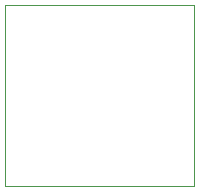
<source format=gbr>
G04 #@! TF.FileFunction,Profile,NP*
%FSLAX46Y46*%
G04 Gerber Fmt 4.6, Leading zero omitted, Abs format (unit mm)*
G04 Created by KiCad (PCBNEW 4.0.2-stable) date 02-04-2017 12:22:52*
%MOMM*%
G01*
G04 APERTURE LIST*
%ADD10C,0.100000*%
%ADD11C,0.010000*%
G04 APERTURE END LIST*
D10*
D11*
X16052800Y-15392400D02*
X15976600Y-15392400D01*
X16052800Y0D02*
X16052800Y-15392400D01*
X0Y-15392400D02*
X15976600Y-15392400D01*
X0Y-14579600D02*
X0Y-15392400D01*
X15494000Y0D02*
X16052800Y0D01*
X0Y0D02*
X0Y-14579600D01*
X15494000Y0D02*
X0Y0D01*
M02*

</source>
